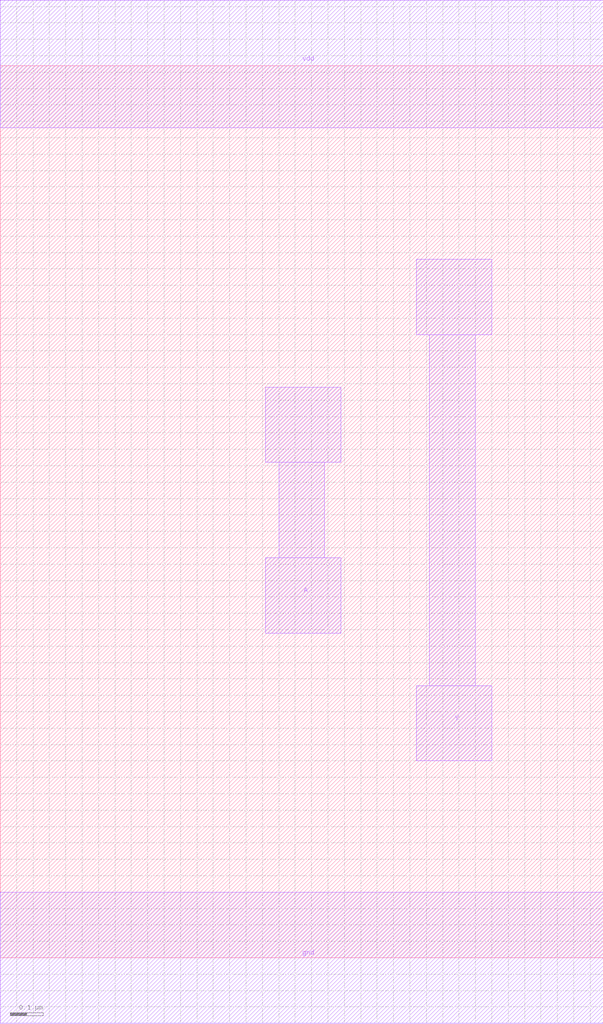
<source format=lef>
VERSION 5.7 ;
  NOWIREEXTENSIONATPIN ON ;
  DIVIDERCHAR "/" ;
  BUSBITCHARS "[]" ;
MACRO INVX1
  CLASS CORE ;
  FOREIGN INVX1 ;
  ORIGIN 0.000 0.000 ;
  SIZE 1.840 BY 2.720 ;
  SYMMETRY X Y R90 ;
  SITE unithd ;
  PIN vdd
    DIRECTION INOUT ;
    USE SIGNAL ;
    SHAPE ABUTMENT ;
    PORT
      LAYER met2 ;
        RECT 0.000 2.530 1.840 2.920 ;
    END
  END vdd
  PIN gnd
    DIRECTION INOUT ;
    USE SIGNAL ;
    SHAPE ABUTMENT ;
    PORT
      LAYER met2 ;
        RECT 0.000 -0.200 1.840 0.200 ;
    END
  END gnd
  PIN Y
    DIRECTION INOUT ;
    USE SIGNAL ;
    SHAPE ABUTMENT ;
    PORT
      LAYER met2 ;
        RECT 1.270 1.900 1.500 2.130 ;
        RECT 1.310 0.830 1.450 1.900 ;
        RECT 1.270 0.600 1.500 0.830 ;
    END
  END Y
  PIN A
    DIRECTION INOUT ;
    USE SIGNAL ;
    SHAPE ABUTMENT ;
    PORT
      LAYER met2 ;
        RECT 0.810 1.510 1.040 1.740 ;
        RECT 0.850 1.220 0.990 1.510 ;
        RECT 0.810 0.990 1.040 1.220 ;
    END
  END A
END INVX1
END LIBRARY


</source>
